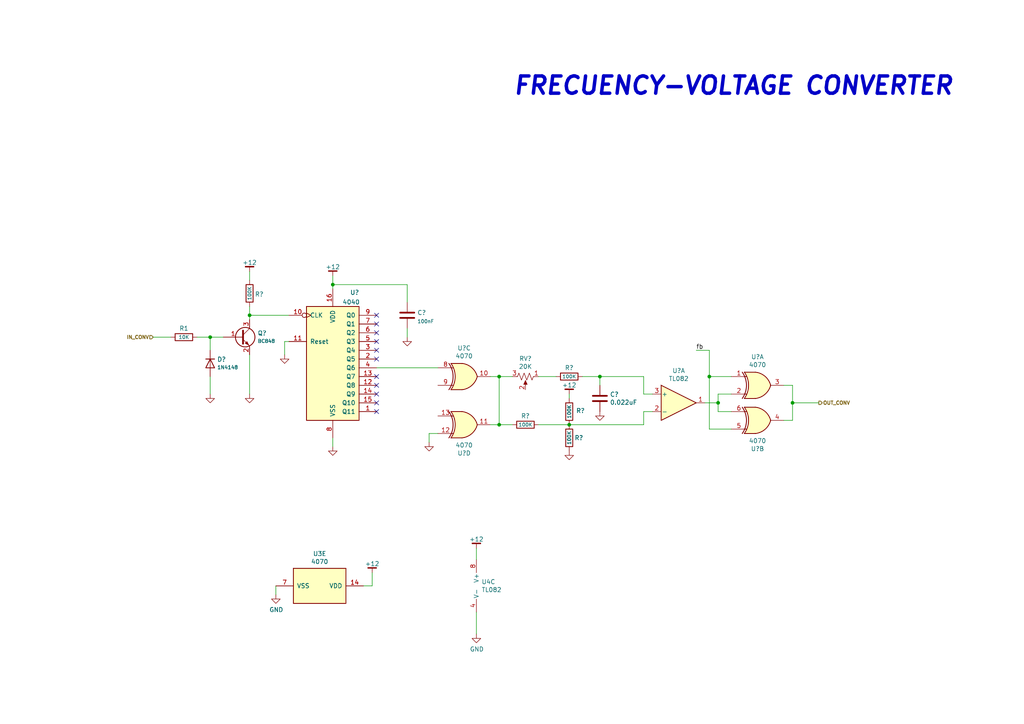
<source format=kicad_sch>
(kicad_sch (version 20211123) (generator eeschema)
  (paper "A4")
  (lib_symbols
    (symbol "4xxx:4040" (pin_names (offset 1.016))
      (property "Reference" "U" (at -7.62 16.51 0))
      (property "Value" "4xxx_4040" (at -7.62 -19.05 0))
      (symbol "4040_1_0"
        (pin output line (at 12.7 -15.24 180) (length 5.08) (name "Q11") (number "1"))
        (pin input inverted_clock (at -12.7 12.7 0) (length 5.08) (name "CLK") (number "10"))
        (pin input line (at -12.7 5.08 0) (length 5.08) (name "Reset") (number "11"))
        (pin output line (at 12.7 -7.62 180) (length 5.08) (name "Q8") (number "12"))
        (pin output line (at 12.7 -5.08 180) (length 5.08) (name "Q7") (number "13"))
        (pin output line (at 12.7 -10.16 180) (length 5.08) (name "Q9") (number "14"))
        (pin output line (at 12.7 -12.7 180) (length 5.08) (name "Q10") (number "15"))
        (pin power_in line (at 0 20.32 270) (length 5.08) (name "VDD") (number "16"))
        (pin output line (at 12.7 0 180) (length 5.08) (name "Q5") (number "2"))
        (pin output line (at 12.7 2.54 180) (length 5.08) (name "Q4") (number "3"))
        (pin output line (at 12.7 -2.54 180) (length 5.08) (name "Q6") (number "4"))
        (pin output line (at 12.7 5.08 180) (length 5.08) (name "Q3") (number "5"))
        (pin output line (at 12.7 7.62 180) (length 5.08) (name "Q2") (number "6"))
        (pin output line (at 12.7 10.16 180) (length 5.08) (name "Q1") (number "7"))
        (pin power_in line (at 0 -22.86 90) (length 5.08) (name "VSS") (number "8"))
        (pin output line (at 12.7 12.7 180) (length 5.08) (name "Q0") (number "9"))
      )
      (symbol "4040_1_1"
        (rectangle (start -7.62 15.24) (end 7.62 -17.78) (stroke (width 0.254)) (fill (type background)))
      )
    )
    (symbol "4xxx:4070" (pin_names (offset 1.016))
      (property "Reference" "U" (at 0 1.27 0))
      (property "Value" "4xxx_4070" (at 0 -1.27 0))
      (symbol "4070_1_0"
        (arc (start -4.4196 -3.81) (mid -3.2033 0) (end -4.4196 3.81) (stroke (width 0.254)))
        (arc (start -3.81 -3.81) (mid -2.589 0) (end -3.81 3.81) (stroke (width 0.254)))
        (arc (start -0.6096 -3.81) (mid 2.1855 -2.584) (end 3.81 0) (stroke (width 0.254)) (fill (type background)))
        (polyline (pts (xy -3.81 -3.81) (xy -0.635 -3.81)) (stroke (width 0.254)) (fill (type background)))
        (polyline (pts (xy -3.81 3.81) (xy -0.635 3.81)) (stroke (width 0.254)) (fill (type background)))
        (polyline (pts (xy -0.635 3.81) (xy -3.81 3.81) (xy -3.81 3.81) (xy -3.556 3.4036) (xy -3.0226 2.2606) (xy -2.6924 1.0414) (xy -2.6162 -0.254) (xy -2.7686 -1.4986) (xy -3.175 -2.7178) (xy -3.81 -3.81) (xy -3.81 -3.81) (xy -0.635 -3.81)) (stroke (width -25.4)) (fill (type background)))
        (arc (start 3.81 0) (mid 2.1928 2.5925) (end -0.6096 3.81) (stroke (width 0.254)) (fill (type background)))
        (pin input line (at -7.62 2.54 0) (length 4.445) (name "~") (number "1"))
        (pin input line (at -7.62 -2.54 0) (length 4.445) (name "~") (number "2"))
        (pin output line (at 7.62 0 180) (length 3.81) (name "~") (number "3"))
      )
      (symbol "4070_1_1"
        (polyline (pts (xy -3.81 -2.54) (xy -3.175 -2.54)) (stroke (width 0.1524)))
        (polyline (pts (xy -3.81 2.54) (xy -3.175 2.54)) (stroke (width 0.1524)))
      )
      (symbol "4070_2_0"
        (arc (start -4.4196 -3.81) (mid -3.2033 0) (end -4.4196 3.81) (stroke (width 0.254)))
        (arc (start -3.81 -3.81) (mid -2.589 0) (end -3.81 3.81) (stroke (width 0.254)))
        (arc (start -0.6096 -3.81) (mid 2.1855 -2.584) (end 3.81 0) (stroke (width 0.254)) (fill (type background)))
        (polyline (pts (xy -3.81 -3.81) (xy -0.635 -3.81)) (stroke (width 0.254)) (fill (type background)))
        (polyline (pts (xy -3.81 3.81) (xy -0.635 3.81)) (stroke (width 0.254)) (fill (type background)))
        (polyline (pts (xy -0.635 3.81) (xy -3.81 3.81) (xy -3.81 3.81) (xy -3.556 3.4036) (xy -3.0226 2.2606) (xy -2.6924 1.0414) (xy -2.6162 -0.254) (xy -2.7686 -1.4986) (xy -3.175 -2.7178) (xy -3.81 -3.81) (xy -3.81 -3.81) (xy -0.635 -3.81)) (stroke (width -25.4)) (fill (type background)))
        (arc (start 3.81 0) (mid 2.1928 2.5925) (end -0.6096 3.81) (stroke (width 0.254)) (fill (type background)))
        (pin output line (at 7.62 0 180) (length 3.81) (name "~") (number "4"))
        (pin input line (at -7.62 2.54 0) (length 4.445) (name "~") (number "5"))
        (pin input line (at -7.62 -2.54 0) (length 4.445) (name "~") (number "6"))
      )
      (symbol "4070_2_1"
        (polyline (pts (xy -3.81 -2.54) (xy -3.175 -2.54)) (stroke (width 0.1524)))
        (polyline (pts (xy -3.81 2.54) (xy -3.175 2.54)) (stroke (width 0.1524)))
      )
      (symbol "4070_3_0"
        (arc (start -4.4196 -3.81) (mid -3.2033 0) (end -4.4196 3.81) (stroke (width 0.254)))
        (arc (start -3.81 -3.81) (mid -2.589 0) (end -3.81 3.81) (stroke (width 0.254)))
        (arc (start -0.6096 -3.81) (mid 2.1855 -2.584) (end 3.81 0) (stroke (width 0.254)) (fill (type background)))
        (polyline (pts (xy -3.81 -3.81) (xy -0.635 -3.81)) (stroke (width 0.254)) (fill (type background)))
        (polyline (pts (xy -3.81 3.81) (xy -0.635 3.81)) (stroke (width 0.254)) (fill (type background)))
        (polyline (pts (xy -0.635 3.81) (xy -3.81 3.81) (xy -3.81 3.81) (xy -3.556 3.4036) (xy -3.0226 2.2606) (xy -2.6924 1.0414) (xy -2.6162 -0.254) (xy -2.7686 -1.4986) (xy -3.175 -2.7178) (xy -3.81 -3.81) (xy -3.81 -3.81) (xy -0.635 -3.81)) (stroke (width -25.4)) (fill (type background)))
        (arc (start 3.81 0) (mid 2.1928 2.5925) (end -0.6096 3.81) (stroke (width 0.254)) (fill (type background)))
        (pin output line (at 7.62 0 180) (length 3.81) (name "~") (number "10"))
        (pin input line (at -7.62 2.54 0) (length 4.445) (name "~") (number "8"))
        (pin input line (at -7.62 -2.54 0) (length 4.445) (name "~") (number "9"))
      )
      (symbol "4070_3_1"
        (polyline (pts (xy -3.81 -2.54) (xy -3.175 -2.54)) (stroke (width 0.1524)))
        (polyline (pts (xy -3.81 2.54) (xy -3.175 2.54)) (stroke (width 0.1524)))
      )
      (symbol "4070_4_0"
        (arc (start -4.4196 -3.81) (mid -3.2033 0) (end -4.4196 3.81) (stroke (width 0.254)))
        (arc (start -3.81 -3.81) (mid -2.589 0) (end -3.81 3.81) (stroke (width 0.254)))
        (arc (start -0.6096 -3.81) (mid 2.1855 -2.584) (end 3.81 0) (stroke (width 0.254)) (fill (type background)))
        (polyline (pts (xy -3.81 -3.81) (xy -0.635 -3.81)) (stroke (width 0.254)) (fill (type background)))
        (polyline (pts (xy -3.81 3.81) (xy -0.635 3.81)) (stroke (width 0.254)) (fill (type background)))
        (polyline (pts (xy -0.635 3.81) (xy -3.81 3.81) (xy -3.81 3.81) (xy -3.556 3.4036) (xy -3.0226 2.2606) (xy -2.6924 1.0414) (xy -2.6162 -0.254) (xy -2.7686 -1.4986) (xy -3.175 -2.7178) (xy -3.81 -3.81) (xy -3.81 -3.81) (xy -0.635 -3.81)) (stroke (width -25.4)) (fill (type background)))
        (arc (start 3.81 0) (mid 2.1928 2.5925) (end -0.6096 3.81) (stroke (width 0.254)) (fill (type background)))
        (pin output line (at 7.62 0 180) (length 3.81) (name "~") (number "11"))
        (pin input line (at -7.62 2.54 0) (length 4.445) (name "~") (number "12"))
        (pin input line (at -7.62 -2.54 0) (length 4.445) (name "~") (number "13"))
      )
      (symbol "4070_4_1"
        (polyline (pts (xy -3.81 -2.54) (xy -3.175 -2.54)) (stroke (width 0.1524)))
        (polyline (pts (xy -3.81 2.54) (xy -3.175 2.54)) (stroke (width 0.1524)))
      )
      (symbol "4070_5_0"
        (pin power_in line (at 0 12.7 270) (length 5.08) (name "VDD") (number "14"))
        (pin power_in line (at 0 -12.7 90) (length 5.08) (name "VSS") (number "7"))
      )
      (symbol "4070_5_1"
        (rectangle (start -5.08 7.62) (end 5.08 -7.62) (stroke (width 0.254)) (fill (type background)))
      )
    )
    (symbol "Amplifier_Operational:TL082" (pin_names (offset 0.127))
      (property "Reference" "U" (at 0 5.08 0))
      (property "Value" "Amplifier_Operational_TL082" (at 0 -5.08 0))
      (symbol "TL082_1_1"
        (polyline (pts (xy -5.08 5.08) (xy 5.08 0) (xy -5.08 -5.08) (xy -5.08 5.08)) (stroke (width 0.254)) (fill (type background)))
        (pin output line (at 7.62 0 180) (length 2.54) (name "~") (number "1"))
        (pin input line (at -7.62 -2.54 0) (length 2.54) (name "-") (number "2"))
        (pin input line (at -7.62 2.54 0) (length 2.54) (name "+") (number "3"))
      )
      (symbol "TL082_2_1"
        (polyline (pts (xy -5.08 5.08) (xy 5.08 0) (xy -5.08 -5.08) (xy -5.08 5.08)) (stroke (width 0.254)) (fill (type background)))
        (pin input line (at -7.62 2.54 0) (length 2.54) (name "+") (number "5"))
        (pin input line (at -7.62 -2.54 0) (length 2.54) (name "-") (number "6"))
        (pin output line (at 7.62 0 180) (length 2.54) (name "~") (number "7"))
      )
      (symbol "TL082_3_1"
        (pin power_in line (at -2.54 -7.62 90) (length 3.81) (name "V-") (number "4"))
        (pin power_in line (at -2.54 7.62 270) (length 3.81) (name "V+") (number "8"))
      )
    )
    (symbol "C_1" (pin_numbers hide) (pin_names (offset 0.254))
      (property "Reference" "C" (at 0.635 2.54 0))
      (property "Value" "C_1" (at 0.635 -2.54 0))
      (symbol "C_1_0_1"
        (polyline (pts (xy -2.032 -0.762) (xy 2.032 -0.762)) (stroke (width 0.508)))
        (polyline (pts (xy -2.032 0.762) (xy 2.032 0.762)) (stroke (width 0.508)))
      )
      (symbol "C_1_1_1"
        (pin passive line (at 0 3.81 270) (length 2.794) (name "~") (number "1"))
        (pin passive line (at 0 -3.81 90) (length 2.794) (name "~") (number "2"))
      )
    )
    (symbol "Device:C" (pin_numbers hide) (pin_names (offset 0.254))
      (property "Reference" "C" (at 0.635 2.54 0))
      (property "Value" "Device_C" (at 0.635 -2.54 0))
      (symbol "C_0_1"
        (polyline (pts (xy -2.032 -0.762) (xy 2.032 -0.762)) (stroke (width 0.508)))
        (polyline (pts (xy -2.032 0.762) (xy 2.032 0.762)) (stroke (width 0.508)))
      )
      (symbol "C_1_1"
        (pin passive line (at 0 3.81 270) (length 2.794) (name "~") (number "1"))
        (pin passive line (at 0 -3.81 90) (length 2.794) (name "~") (number "2"))
      )
    )
    (symbol "Device:R" (pin_numbers hide) (pin_names (offset 0))
      (property "Reference" "R" (at 2.032 0 90))
      (property "Value" "Device_R" (at 0 0 90))
      (symbol "R_0_1"
        (rectangle (start -1.016 -2.54) (end 1.016 2.54) (stroke (width 0.254)))
      )
      (symbol "R_1_1"
        (pin passive line (at 0 3.81 270) (length 1.27) (name "~") (number "1"))
        (pin passive line (at 0 -3.81 90) (length 1.27) (name "~") (number "2"))
      )
    )
    (symbol "Device:R_POT_US" (pin_names (offset 1.016) hide)
      (property "Reference" "RV" (at -4.445 0 90))
      (property "Value" "Device_R_POT_US" (at -2.54 0 90))
      (symbol "R_POT_US_0_1"
        (polyline (pts (xy 0 -2.286) (xy 0 -2.54)))
        (polyline (pts (xy 0 2.54) (xy 0 2.286)))
        (polyline (pts (xy 2.54 0) (xy 1.524 0)))
        (polyline (pts (xy 1.143 0) (xy 2.286 0.508) (xy 2.286 -0.508) (xy 1.143 0)) (fill (type outline)))
        (polyline (pts (xy 0 -0.762) (xy 1.016 -1.143) (xy 0 -1.524) (xy -1.016 -1.905) (xy 0 -2.286)))
        (polyline (pts (xy 0 0.762) (xy 1.016 0.381) (xy 0 0) (xy -1.016 -0.381) (xy 0 -0.762)))
        (polyline (pts (xy 0 2.286) (xy 1.016 1.905) (xy 0 1.524) (xy -1.016 1.143) (xy 0 0.762)))
      )
      (symbol "R_POT_US_1_1"
        (pin passive line (at 0 3.81 270) (length 1.27) (name "1") (number "1"))
        (pin passive line (at 3.81 0 180) (length 1.27) (name "2") (number "2"))
        (pin passive line (at 0 -3.81 90) (length 1.27) (name "3") (number "3"))
      )
    )
    (symbol "Diode:1N4148" (pin_numbers hide) (pin_names (offset 1.016) hide)
      (property "Reference" "D" (at 0 2.54 0))
      (property "Value" "Diode_1N4148" (at 0 -2.54 0))
      (symbol "1N4148_0_1"
        (polyline (pts (xy -1.27 1.27) (xy -1.27 -1.27)) (stroke (width 0.254)))
        (polyline (pts (xy 1.27 0) (xy -1.27 0)))
        (polyline (pts (xy 1.27 1.27) (xy 1.27 -1.27) (xy -1.27 0) (xy 1.27 1.27)) (stroke (width 0.254)))
      )
      (symbol "1N4148_1_1"
        (pin passive line (at -3.81 0 0) (length 2.54) (name "K") (number "1"))
        (pin passive line (at 3.81 0 180) (length 2.54) (name "A") (number "2"))
      )
    )
    (symbol "R_1" (pin_numbers hide) (pin_names (offset 0))
      (property "Reference" "R" (at 2.032 0 90))
      (property "Value" "R_1" (at 0 0 90))
      (symbol "R_1_0_1"
        (rectangle (start -1.016 -2.54) (end 1.016 2.54) (stroke (width 0.254)))
      )
      (symbol "R_1_1_1"
        (pin passive line (at 0 3.81 270) (length 1.27) (name "~") (number "1"))
        (pin passive line (at 0 -3.81 90) (length 1.27) (name "~") (number "2"))
      )
    )
    (symbol "Transistor_BJT:BC848" (pin_names (offset 0) hide)
      (property "Reference" "Q" (at 5.08 1.905 0))
      (property "Value" "Transistor_BJT_BC848" (at 5.08 0 0))
      (symbol "BC848_0_1"
        (polyline (pts (xy 0.635 0.635) (xy 2.54 2.54)))
        (polyline (pts (xy 0.635 -0.635) (xy 2.54 -2.54) (xy 2.54 -2.54)))
        (polyline (pts (xy 0.635 1.905) (xy 0.635 -1.905) (xy 0.635 -1.905)) (stroke (width 0.508)))
        (polyline (pts (xy 1.27 -1.778) (xy 1.778 -1.27) (xy 2.286 -2.286) (xy 1.27 -1.778) (xy 1.27 -1.778)) (fill (type outline)))
        (circle (center 1.27 0) (radius 2.8194) (stroke (width 0.254)))
      )
      (symbol "BC848_1_1"
        (pin input line (at -5.08 0 0) (length 5.715) (name "B") (number "1"))
        (pin passive line (at 2.54 -5.08 90) (length 2.54) (name "E") (number "2"))
        (pin passive line (at 2.54 5.08 270) (length 2.54) (name "C") (number "3"))
      )
    )
    (symbol "power1:+12" (power) (pin_names (offset 0))
      (property "Value" "+12" (at 0 2.54 0))
      (symbol "+12_0_1"
        (polyline (pts (xy 0 0.762) (xy 0 0)))
        (polyline (pts (xy 0 1.27) (xy 0 0.762)))
        (polyline (pts (xy -1.27 1.524) (xy 1.27 1.524) (xy 1.27 1.27) (xy -1.27 1.27) (xy -1.27 1.524)) (fill (type outline)))
      )
      (symbol "+12_1_1"
        (pin power_in line (at 0 0 90) (length 0) hide (name "+12") (number "1"))
      )
    )
    (symbol "power:GND" (power) (pin_names (offset 0))
      (property "Value" "power_GND" (at 0 -3.81 0))
      (symbol "GND_0_1"
        (polyline (pts (xy 0 0) (xy 0 -1.27) (xy 1.27 -1.27) (xy 0 -2.54) (xy -1.27 -1.27) (xy 0 -1.27)))
      )
      (symbol "GND_1_1"
        (pin power_in line (at 0 0 270) (length 0) hide (name "GND") (number "1"))
      )
    )
  )
  (junction (at 173.99 109.22))
  (junction (at 205.74 109.22))
  (junction (at 144.78 123.19))
  (junction (at 96.52 82.55))
  (junction (at 144.78 109.22))
  (junction (at 165.1 123.19))
  (junction (at 208.28 116.84))
  (junction (at 72.39 91.44))
  (junction (at 229.87 116.84))
  (junction (at 60.96 97.79))
  (no_connect (at 109.22 114.3))
  (no_connect (at 109.22 93.98))
  (no_connect (at 109.22 91.44))
  (no_connect (at 109.22 116.84))
  (no_connect (at 109.22 119.38))
  (no_connect (at 109.22 101.6))
  (no_connect (at 109.22 104.14))
  (no_connect (at 109.22 109.22))
  (no_connect (at 109.22 99.06))
  (no_connect (at 109.22 96.52))
  (no_connect (at 109.22 111.76))
  (wire (pts (xy 186.69 119.38) (xy 189.23 119.38)))
  (wire (pts (xy 205.74 109.22) (xy 205.74 101.6)))
  (wire (pts (xy 96.52 80.01) (xy 96.52 82.55)))
  (wire (pts (xy 156.21 109.22) (xy 161.29 109.22)))
  (wire (pts (xy 44.45 97.79) (xy 49.53 97.79)))
  (wire (pts (xy 212.09 114.3) (xy 208.28 114.3)))
  (wire (pts (xy 205.74 124.46) (xy 205.74 109.22)))
  (wire (pts (xy 82.55 99.06) (xy 83.82 99.06)))
  (wire (pts (xy 156.21 123.19) (xy 165.1 123.19)))
  (wire (pts (xy 57.15 97.79) (xy 60.96 97.79)))
  (wire (pts (xy 72.39 88.9) (xy 72.39 91.44)))
  (wire (pts (xy 60.96 109.22) (xy 60.96 114.3)))
  (wire (pts (xy 208.28 119.38) (xy 212.09 119.38)))
  (wire (pts (xy 109.22 106.68) (xy 127 106.68)))
  (wire (pts (xy 229.87 116.84) (xy 237.49 116.84)))
  (wire (pts (xy 107.95 169.926) (xy 107.95 166.116)))
  (wire (pts (xy 105.41 169.926) (xy 107.95 169.926)))
  (wire (pts (xy 60.96 97.79) (xy 64.77 97.79)))
  (wire (pts (xy 144.78 109.22) (xy 144.78 123.19)))
  (wire (pts (xy 165.1 123.19) (xy 186.69 123.19)))
  (wire (pts (xy 144.78 123.19) (xy 142.24 123.19)))
  (wire (pts (xy 80.01 172.466) (xy 80.01 169.926)))
  (wire (pts (xy 142.24 109.22) (xy 144.78 109.22)))
  (wire (pts (xy 165.1 114.3) (xy 165.1 115.57)))
  (wire (pts (xy 138.176 159.004) (xy 138.176 162.306)))
  (wire (pts (xy 118.11 82.55) (xy 96.52 82.55)))
  (wire (pts (xy 186.69 114.3) (xy 186.69 109.22)))
  (wire (pts (xy 60.96 101.6) (xy 60.96 97.79)))
  (wire (pts (xy 227.33 111.76) (xy 229.87 111.76)))
  (wire (pts (xy 208.28 116.84) (xy 208.28 119.38)))
  (wire (pts (xy 72.39 78.74) (xy 72.39 81.28)))
  (wire (pts (xy 72.39 102.87) (xy 72.39 114.3)))
  (wire (pts (xy 208.28 114.3) (xy 208.28 116.84)))
  (wire (pts (xy 96.52 82.55) (xy 96.52 83.82)))
  (wire (pts (xy 201.93 101.6) (xy 205.74 101.6)))
  (wire (pts (xy 189.23 114.3) (xy 186.69 114.3)))
  (wire (pts (xy 124.46 128.27) (xy 124.46 125.73)))
  (wire (pts (xy 144.78 123.19) (xy 148.59 123.19)))
  (wire (pts (xy 173.99 109.22) (xy 173.99 111.76)))
  (wire (pts (xy 229.87 111.76) (xy 229.87 116.84)))
  (wire (pts (xy 204.47 116.84) (xy 208.28 116.84)))
  (wire (pts (xy 186.69 123.19) (xy 186.69 119.38)))
  (wire (pts (xy 96.52 127) (xy 96.52 129.54)))
  (wire (pts (xy 229.87 121.92) (xy 227.33 121.92)))
  (wire (pts (xy 229.87 116.84) (xy 229.87 121.92)))
  (wire (pts (xy 72.39 91.44) (xy 72.39 92.71)))
  (wire (pts (xy 72.39 91.44) (xy 83.82 91.44)))
  (wire (pts (xy 144.78 109.22) (xy 148.59 109.22)))
  (wire (pts (xy 168.91 109.22) (xy 173.99 109.22)))
  (wire (pts (xy 205.74 109.22) (xy 212.09 109.22)))
  (wire (pts (xy 118.11 87.63) (xy 118.11 82.55)))
  (wire (pts (xy 173.99 109.22) (xy 186.69 109.22)))
  (wire (pts (xy 82.55 102.87) (xy 82.55 99.06)))
  (wire (pts (xy 118.11 95.25) (xy 118.11 97.79)))
  (wire (pts (xy 124.46 125.73) (xy 127 125.73)))
  (wire (pts (xy 138.176 183.896) (xy 138.176 177.546)))
  (wire (pts (xy 212.09 124.46) (xy 205.74 124.46)))
  (text "FRECUENCY-VOLTAGE CONVERTER\n" (at 148.59 27.94 0) (effects (font (size 5 5) (thickness 1) bold italic) (justify left bottom)))
  (label "fb" (at 201.93 101.6 0))
  (hierarchical_label "OUT_CONV" (shape output) (at 237.49 116.84 0) (effects (font (size 1.016 1.016) (thickness 0.2032) bold)))
  (hierarchical_label "IN_CONV" (shape input) (at 44.45 97.79 180) (effects (font (size 1.016 1.016) bold)))
  (symbol (lib_id "4xxx:4070") (at 92.71 169.926 270) (unit 5)
    (property "Reference" "U3" (at 92.71 160.6042 90))
    (property "Value" "4070" (at 92.71 162.9156 90))
    (property "Footprint" "Package_SO:SOIC-14_3.9x8.7mm_P1.27mm" (effects hide))
    (property "Datasheet" "https://www.digikey.com/es/products/detail/texas-instruments/CD4070BMT/1691302" (effects hide))
  )
  (symbol (lib_id "Amplifier_Operational:TL082") (at 140.716 169.926 0) (unit 3)
    (property "Reference" "U4" (at 139.6492 168.7576 0) (effects (justify left)))
    (property "Value" "TL082" (at 139.6492 171.069 0) (effects (justify left)))
    (property "Footprint" "Package_SO:SOIC-8-1EP_3.9x4.9mm_P1.27mm_EP2.29x3mm" (effects hide))
    (property "Datasheet" "http://www.ti.com/lit/ds/symlink/tl081.pdf" (effects hide))
  )
  (symbol (lib_id "power:GND") (at 138.176 183.896 0) (unit 1)
    (property "Reference" "#PWR0109" (effects hide))
    (property "Value" "GND" (at 138.303 188.2902 0))
  )
  (symbol (lib_id "power:GND") (at 80.01 172.466 0) (unit 1)
    (property "Reference" "#PWR0110" (effects hide))
    (property "Value" "GND" (at 80.137 176.8602 0))
  )
  (symbol (lib_id "Device:C") (at 173.99 115.57 0) (unit 1)
    (property "Reference" "C?" (at 176.911 114.4016 0) (effects (justify left)))
    (property "Value" "0.022uF" (at 176.911 116.713 0) (effects (justify left)))
    (property "Footprint" "Capacitor_SMD:C_0603_1608Metric_Pad1.08x0.95mm_HandSolder" (effects hide))
  )
  (symbol (lib_id "power:GND") (at 96.52 129.54 0) (unit 1)
    (property "Reference" "#PWR?" (effects hide))
    (property "Value" "GND" (effects hide))
  )
  (symbol (lib_id "power1:+12") (at 138.176 159.004 0) (unit 1)
    (property "Reference" "#PWR?" (effects hide))
    (property "Value" "+12" (at 138.176 156.4155 0))
  )
  (symbol (lib_id "power1:+12") (at 107.95 166.116 0) (unit 1)
    (property "Reference" "#PWR?" (effects hide))
    (property "Value" "+12" (at 107.95 163.5275 0))
  )
  (symbol (lib_id "power:GND") (at 165.1 130.81 0) (unit 1)
    (property "Reference" "#PWR?" (effects hide))
    (property "Value" "GND" (effects hide))
  )
  (symbol (lib_id "4xxx:4070") (at 219.71 111.76 0) (unit 1)
    (property "Reference" "U?" (at 219.71 103.505 0))
    (property "Value" "4070" (at 219.71 105.8164 0))
    (property "Footprint" "Package_SO:SOIC-14_3.9x8.7mm_P1.27mm" (effects hide))
    (property "Datasheet" "https://www.digikey.com/es/products/detail/texas-instruments/CD4070BMT/1691302" (effects hide))
  )
  (symbol (lib_id "power1:+12") (at 96.52 80.01 0) (unit 1)
    (property "Reference" "#PWR?" (effects hide))
    (property "Value" "+12" (at 96.52 77.4215 0))
  )
  (symbol (lib_id "Device:R") (at 152.4 123.19 270) (unit 1)
    (property "Reference" "R?" (at 152.4 120.65 90))
    (property "Value" "100K" (at 152.4 123.19 90) (effects (font (size 1.016 1.016))))
    (property "Footprint" "Resistor_SMD:R_0603_1608Metric_Pad0.98x0.95mm_HandSolder" (effects hide))
  )
  (symbol (lib_id "power:GND") (at 173.99 119.38 0) (unit 1)
    (property "Reference" "#PWR?" (effects hide))
    (property "Value" "GND" (effects hide))
  )
  (symbol (lib_id "power:GND") (at 60.96 114.3 0) (unit 1)
    (property "Reference" "#PWR?" (effects hide))
    (property "Value" "GND" (effects hide))
  )
  (symbol (lib_id "power1:+12") (at 165.1 114.3 0) (unit 1)
    (property "Reference" "#PWR?" (effects hide))
    (property "Value" "+12" (at 165.1 111.7115 0))
  )
  (symbol (lib_id "power:GND") (at 82.55 102.87 0) (unit 1)
    (property "Reference" "#PWR?" (effects hide))
    (property "Value" "GND" (effects hide))
  )
  (symbol (lib_id "Amplifier_Operational:TL082") (at 196.85 116.84 0) (unit 1)
    (property "Reference" "U?" (at 196.85 107.5182 0))
    (property "Value" "TL082" (at 196.85 109.8296 0))
    (property "Footprint" "Package_SO:SOIC-8-1EP_3.9x4.9mm_P1.27mm_EP2.29x3mm" (effects hide))
    (property "Datasheet" "http://www.ti.com/lit/ds/symlink/tl081.pdf" (effects hide))
  )
  (symbol (lib_id "power:GND") (at 72.39 114.3 0) (unit 1)
    (property "Reference" "#PWR?" (effects hide))
    (property "Value" "GND" (effects hide))
  )
  (symbol (lib_id "power:GND") (at 124.46 128.27 0) (unit 1)
    (property "Reference" "#PWR?" (effects hide))
    (property "Value" "GND" (effects hide))
  )
  (symbol (lib_name "C_1") (lib_id "Device:C") (at 118.11 91.44 0) (unit 1)
    (property "Reference" "C?" (at 121.031 90.6878 0) (effects (justify left)))
    (property "Value" "100nF" (at 121.031 93.2108 0) (effects (font (size 1.016 1.016)) (justify left)))
  )
  (symbol (lib_id "Transistor_BJT:BC848") (at 69.85 97.79 0) (unit 1)
    (property "Reference" "Q?" (at 74.7014 96.6216 0) (effects (justify left)))
    (property "Value" "BC848" (at 74.7014 98.933 0) (effects (font (size 1.016 1.016)) (justify left)))
    (property "Footprint" "Package_TO_SOT_SMD:SOT-23" (effects hide))
    (property "Datasheet" "http://www.infineon.com/dgdl/Infineon-BC847SERIES_BC848SERIES_BC849SERIES_BC850SERIES-DS-v01_01-en.pdf?fileId=db3a304314dca389011541d4630a1657" (effects hide))
  )
  (symbol (lib_name "R_1") (lib_id "Device:R") (at 53.34 97.79 90) (unit 1)
    (property "Reference" "R1" (at 53.34 95.25 90))
    (property "Value" "10K" (at 53.34 97.79 90) (effects (font (size 1.016 1.016))))
  )
  (symbol (lib_id "4xxx:4040") (at 96.52 104.14 0) (unit 1)
    (property "Reference" "U?" (at 102.87 84.836 0))
    (property "Value" "4040" (at 101.854 87.63 0))
    (property "Footprint" "Package_SO:SOIC-16_3.9x9.9mm_P1.27mm" (effects hide))
    (property "Datasheet" "https://www.digikey.com/es/products/detail/texas-instruments/CD4040BM/1691010" (effects hide))
  )
  (symbol (lib_id "power:GND") (at 118.11 97.79 0) (unit 1)
    (property "Reference" "#PWR?" (effects hide))
    (property "Value" "GND" (effects hide))
  )
  (symbol (lib_id "4xxx:4070") (at 219.71 121.92 0) (mirror x) (unit 2)
    (property "Reference" "U?" (at 219.71 130.175 0))
    (property "Value" "4070" (at 219.71 127.8636 0))
    (property "Footprint" "Package_SO:SOIC-14_3.9x8.7mm_P1.27mm" (effects hide))
    (property "Datasheet" "https://www.digikey.com/es/products/detail/texas-instruments/CD4070BMT/1691302" (effects hide))
  )
  (symbol (lib_id "4xxx:4070") (at 134.62 123.19 0) (mirror x) (unit 4)
    (property "Reference" "U?" (at 134.62 131.445 0))
    (property "Value" "4070" (at 134.62 129.1336 0))
    (property "Footprint" "Package_SO:SOIC-14_3.9x8.7mm_P1.27mm" (effects hide))
    (property "Datasheet" "https://www.digikey.com/es/products/detail/texas-instruments/CD4070BMT/1691302" (effects hide))
  )
  (symbol (lib_id "Device:R") (at 165.1 127 180) (unit 1)
    (property "Reference" "R?" (at 166.624 127 0) (effects (justify right)))
    (property "Value" "100K" (at 165.1 129.032 90) (effects (font (size 1.016 1.016)) (justify right)))
    (property "Footprint" "Resistor_SMD:R_0603_1608Metric_Pad0.98x0.95mm_HandSolder" (effects hide))
  )
  (symbol (lib_id "Diode:1N4148") (at 60.96 105.41 270) (unit 1)
    (property "Reference" "D?" (at 62.992 104.2416 90) (effects (justify left)))
    (property "Value" "1N4148" (at 62.992 106.553 90) (effects (font (size 1.016 1.016)) (justify left)))
    (property "Footprint" "Diode_SMD:D_SOD-323" (effects hide))
    (property "Datasheet" "https://www.diodes.com/assets/Datasheets/1N4148WSF.pdf" (effects hide))
  )
  (symbol (lib_id "Device:R") (at 165.1 109.22 270) (unit 1)
    (property "Reference" "R?" (at 165.1 106.68 90))
    (property "Value" "100K" (at 165.1 109.22 90) (effects (font (size 1.016 1.016))))
    (property "Footprint" "Resistor_SMD:R_0603_1608Metric_Pad0.98x0.95mm_HandSolder" (effects hide))
  )
  (symbol (lib_id "Device:R") (at 165.1 119.38 180) (unit 1)
    (property "Reference" "R?" (at 169.672 119.126 0) (effects (justify left)))
    (property "Value" "100K" (at 165.1 117.348 90) (effects (font (size 1.016 1.016)) (justify left)))
    (property "Footprint" "Resistor_SMD:R_0603_1608Metric_Pad0.98x0.95mm_HandSolder" (effects hide))
  )
  (symbol (lib_id "Device:R") (at 72.39 85.09 0) (unit 1)
    (property "Reference" "R?" (at 73.914 85.344 0) (effects (justify left)))
    (property "Value" "100K" (at 72.39 87.122 90) (effects (font (size 1.016 1.016)) (justify left)))
    (property "Footprint" "Resistor_SMD:R_0603_1608Metric_Pad0.98x0.95mm_HandSolder" (effects hide))
  )
  (symbol (lib_id "power1:+12") (at 72.39 78.74 0) (unit 1)
    (property "Reference" "#PWR?" (effects hide))
    (property "Value" "+12" (at 72.39 76.1515 0))
  )
  (symbol (lib_id "Device:R_POT_US") (at 152.4 109.22 270) (unit 1)
    (property "Reference" "RV?" (at 152.4 104.013 90))
    (property "Value" "20K" (at 152.4 106.3244 90))
    (property "Footprint" "Potentiometer_SMD:Potentiometer_Vishay_TS53YL_Vertical" (effects hide))
    (property "Datasheet" "https://www.vishay.com/docs/51008/ts53.pdf" (effects hide))
  )
  (symbol (lib_id "4xxx:4070") (at 134.62 109.22 0) (unit 3)
    (property "Reference" "U?" (at 134.62 100.965 0))
    (property "Value" "4070" (at 134.62 103.2764 0))
    (property "Footprint" "Package_SO:SOIC-14_3.9x8.7mm_P1.27mm" (effects hide))
    (property "Datasheet" "https://www.digikey.com/es/products/detail/texas-instruments/CD4070BMT/1691302" (effects hide))
  )
)
</source>
